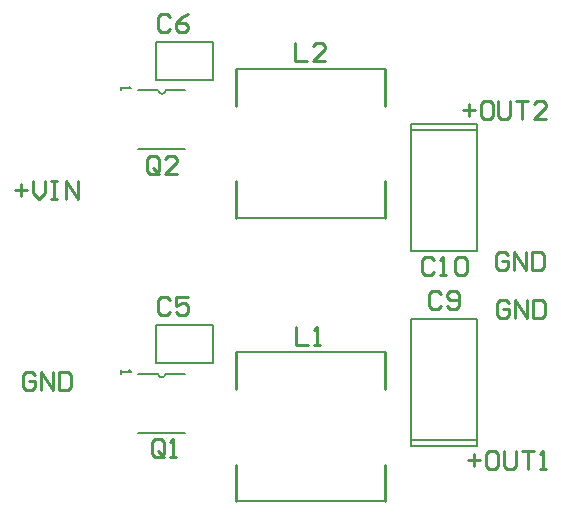
<source format=gto>
G04*
G04 #@! TF.GenerationSoftware,Altium Limited,Altium Designer,21.9.1 (22)*
G04*
G04 Layer_Color=65535*
%FSLAX44Y44*%
%MOMM*%
G71*
G04*
G04 #@! TF.SameCoordinates,2345FEB6-A16B-4DA5-A685-52EC4FAC100B*
G04*
G04*
G04 #@! TF.FilePolarity,Positive*
G04*
G01*
G75*
%ADD10C,0.2000*%
%ADD11C,0.2540*%
D10*
X143825Y415000D02*
G03*
X150175Y415000I3175J0D01*
G01*
X143825Y175000D02*
G03*
X150175Y175000I3175J0D01*
G01*
X127000Y415000D02*
X143825D01*
X150175D02*
X167000D01*
X127000Y365000D02*
X167000D01*
X127000Y125000D02*
X167000D01*
X150175Y175000D02*
X167000D01*
X127000D02*
X143825D01*
X210000Y193000D02*
X336000D01*
X210000Y67000D02*
X336000D01*
X210000Y307000D02*
X336000D01*
X210000Y433000D02*
X336000D01*
X358000Y114000D02*
Y119000D01*
X414000Y114000D02*
Y119000D01*
X358000Y114000D02*
X414000D01*
Y119000D02*
Y221000D01*
X358000D02*
X414000D01*
X358000Y119000D02*
Y221000D01*
Y119000D02*
X414000D01*
Y381000D02*
Y386000D01*
X358000Y381000D02*
Y386000D01*
X414000D01*
X358000Y279000D02*
Y381000D01*
Y279000D02*
X414000D01*
Y381000D01*
X358000D02*
X414000D01*
X142000Y184000D02*
X190000D01*
Y216000D01*
X142000D02*
X190000D01*
X142000Y184000D02*
Y216000D01*
Y456000D02*
X190000D01*
X142000Y424000D02*
Y456000D01*
Y424000D02*
X190000D01*
Y456000D01*
X112000Y418000D02*
Y415001D01*
Y416501D01*
X120997D01*
X119498Y418000D01*
X112000Y178000D02*
Y175001D01*
Y176500D01*
X120997D01*
X119498Y178000D01*
D11*
X210000Y162000D02*
Y193000D01*
Y67000D02*
Y98000D01*
X336000Y162000D02*
Y193000D01*
Y67000D02*
Y98000D01*
Y307000D02*
Y338000D01*
Y402000D02*
Y433000D01*
X210000Y307000D02*
Y338000D01*
Y402000D02*
Y433000D01*
X144461Y346922D02*
Y357078D01*
X141922Y359618D01*
X136843D01*
X134304Y357078D01*
Y346922D01*
X136843Y344383D01*
X141922D01*
X139382Y349461D02*
X144461Y344383D01*
X141922D02*
X144461Y346922D01*
X159696Y344383D02*
X149539D01*
X159696Y354539D01*
Y357078D01*
X157157Y359618D01*
X152078D01*
X149539Y357078D01*
X260843Y214618D02*
Y199382D01*
X271000D01*
X276078D02*
X281157D01*
X278618D01*
Y214618D01*
X276078Y212078D01*
X259304Y454618D02*
Y439383D01*
X269461D01*
X284696D02*
X274539D01*
X284696Y449539D01*
Y452078D01*
X282157Y454618D01*
X277078D01*
X274539Y452078D01*
X149000Y106922D02*
Y117078D01*
X146461Y119618D01*
X141383D01*
X138843Y117078D01*
Y106922D01*
X141383Y104382D01*
X146461D01*
X143922Y109461D02*
X149000Y104382D01*
X146461D02*
X149000Y106922D01*
X154078Y104382D02*
X159157D01*
X156618D01*
Y119618D01*
X154078Y117078D01*
X401540Y398158D02*
X411697D01*
X406618Y403236D02*
Y393079D01*
X424393Y405775D02*
X419314D01*
X416775Y403236D01*
Y393079D01*
X419314Y390540D01*
X424393D01*
X426932Y393079D01*
Y403236D01*
X424393Y405775D01*
X432010D02*
Y393079D01*
X434549Y390540D01*
X439628D01*
X442167Y393079D01*
Y405775D01*
X447245D02*
X457402D01*
X452324D01*
Y390540D01*
X472637D02*
X462480D01*
X472637Y400697D01*
Y403236D01*
X470098Y405775D01*
X465019D01*
X462480Y403236D01*
X383461Y242078D02*
X380922Y244618D01*
X375843D01*
X373304Y242078D01*
Y231922D01*
X375843Y229382D01*
X380922D01*
X383461Y231922D01*
X388539D02*
X391078Y229382D01*
X396157D01*
X398696Y231922D01*
Y242078D01*
X396157Y244618D01*
X391078D01*
X388539Y242078D01*
Y239539D01*
X391078Y237000D01*
X398696D01*
X377113Y271078D02*
X374574Y273617D01*
X369495D01*
X366956Y271078D01*
Y260922D01*
X369495Y258382D01*
X374574D01*
X377113Y260922D01*
X382191Y258382D02*
X387270D01*
X384730D01*
Y273617D01*
X382191Y271078D01*
X394887D02*
X397426Y273617D01*
X402505D01*
X405044Y271078D01*
Y260922D01*
X402505Y258382D01*
X397426D01*
X394887Y260922D01*
Y271078D01*
X406540Y102157D02*
X416697D01*
X411618Y107236D02*
Y97079D01*
X429393Y109775D02*
X424314D01*
X421775Y107236D01*
Y97079D01*
X424314Y94540D01*
X429393D01*
X431932Y97079D01*
Y107236D01*
X429393Y109775D01*
X437010D02*
Y97079D01*
X439549Y94540D01*
X444628D01*
X447167Y97079D01*
Y109775D01*
X452245D02*
X462402D01*
X457324D01*
Y94540D01*
X467480D02*
X472559D01*
X470019D01*
Y109775D01*
X467480Y107236D01*
X439697Y275236D02*
X437158Y277775D01*
X432079D01*
X429540Y275236D01*
Y265079D01*
X432079Y262540D01*
X437158D01*
X439697Y265079D01*
Y270158D01*
X434618D01*
X444775Y262540D02*
Y277775D01*
X454932Y262540D01*
Y277775D01*
X460010D02*
Y262540D01*
X467628D01*
X470167Y265079D01*
Y275236D01*
X467628Y277775D01*
X460010D01*
X440697Y235236D02*
X438158Y237775D01*
X433079D01*
X430540Y235236D01*
Y225079D01*
X433079Y222540D01*
X438158D01*
X440697Y225079D01*
Y230158D01*
X435618D01*
X445775Y222540D02*
Y237775D01*
X455932Y222540D01*
Y237775D01*
X461010D02*
Y222540D01*
X468628D01*
X471167Y225079D01*
Y235236D01*
X468628Y237775D01*
X461010D01*
X39697Y174236D02*
X37157Y176775D01*
X32079D01*
X29540Y174236D01*
Y164079D01*
X32079Y161540D01*
X37157D01*
X39697Y164079D01*
Y169158D01*
X34618D01*
X44775Y161540D02*
Y176775D01*
X54932Y161540D01*
Y176775D01*
X60010D02*
Y161540D01*
X67628D01*
X70167Y164079D01*
Y174236D01*
X67628Y176775D01*
X60010D01*
X22540Y330158D02*
X32697D01*
X27618Y335236D02*
Y325079D01*
X37775Y337775D02*
Y327618D01*
X42853Y322540D01*
X47932Y327618D01*
Y337775D01*
X53010D02*
X58088D01*
X55549D01*
Y322540D01*
X53010D01*
X58088D01*
X65706D02*
Y337775D01*
X75863Y322540D01*
Y337775D01*
X153601Y237358D02*
X151061Y239897D01*
X145983D01*
X143444Y237358D01*
Y227201D01*
X145983Y224662D01*
X151061D01*
X153601Y227201D01*
X168836Y239897D02*
X158679D01*
Y232279D01*
X163757Y234819D01*
X166297D01*
X168836Y232279D01*
Y227201D01*
X166297Y224662D01*
X161218D01*
X158679Y227201D01*
X153601Y477388D02*
X151061Y479927D01*
X145983D01*
X143444Y477388D01*
Y467231D01*
X145983Y464692D01*
X151061D01*
X153601Y467231D01*
X168836Y479927D02*
X163757Y477388D01*
X158679Y472309D01*
Y467231D01*
X161218Y464692D01*
X166297D01*
X168836Y467231D01*
Y469770D01*
X166297Y472309D01*
X158679D01*
M02*

</source>
